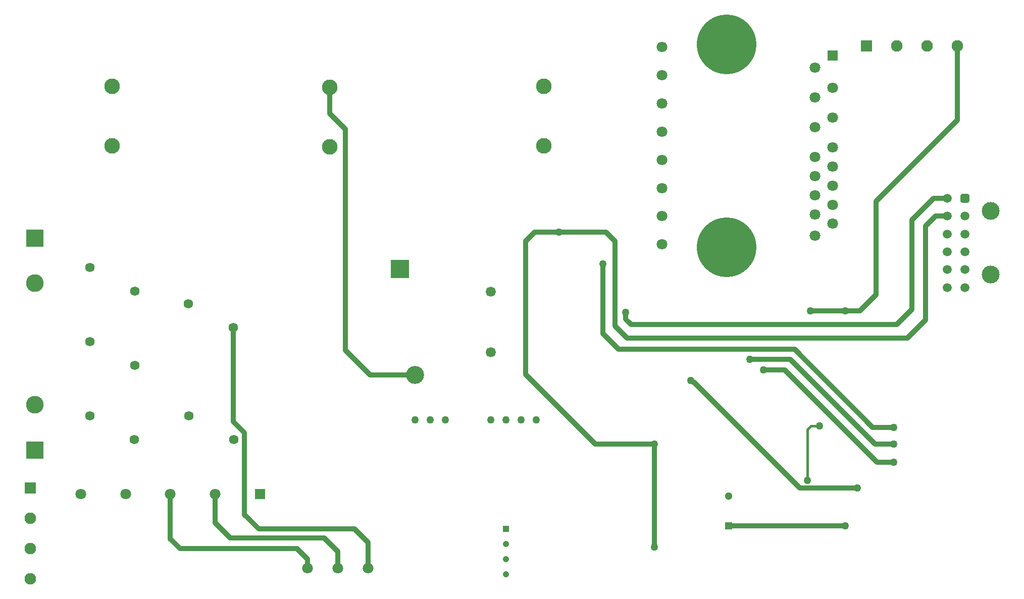
<source format=gbl>
G04*
G04 #@! TF.GenerationSoftware,Altium Limited,Altium Designer,24.10.1 (45)*
G04*
G04 Layer_Physical_Order=2*
G04 Layer_Color=16711680*
%FSLAX44Y44*%
%MOMM*%
G71*
G04*
G04 #@! TF.SameCoordinates,05503BBC-DAE6-461F-9388-7E2EE6D9866D*
G04*
G04*
G04 #@! TF.FilePolarity,Positive*
G04*
G01*
G75*
%ADD59R,1.8034X1.8034*%
%ADD60C,1.8034*%
%ADD64C,1.6900*%
%ADD65C,3.0300*%
%ADD66R,3.1600X3.1600*%
%ADD67C,2.6162*%
%ADD70C,1.2700*%
%ADD71C,1.0668*%
%ADD72R,1.0668X1.0668*%
%ADD79C,1.3000*%
%ADD80R,1.3000X1.3000*%
%ADD82C,0.4064*%
%ADD83C,0.8128*%
%ADD84C,3.0000*%
%ADD85C,1.5200*%
G04:AMPARAMS|DCode=86|XSize=1.52mm|YSize=1.52mm|CornerRadius=0.38mm|HoleSize=0mm|Usage=FLASHONLY|Rotation=90.000|XOffset=0mm|YOffset=0mm|HoleType=Round|Shape=RoundedRectangle|*
%AMROUNDEDRECTD86*
21,1,1.5200,0.7600,0,0,90.0*
21,1,0.7600,1.5200,0,0,90.0*
1,1,0.7600,0.3800,0.3800*
1,1,0.7600,0.3800,-0.3800*
1,1,0.7600,-0.3800,-0.3800*
1,1,0.7600,-0.3800,0.3800*
%
%ADD86ROUNDEDRECTD86*%
%ADD87C,10.0160*%
%ADD88C,1.8000*%
%ADD89R,1.8000X1.8000*%
%ADD90R,1.9500X1.9500*%
%ADD91C,1.9500*%
%ADD92R,1.9500X1.9500*%
%ADD93C,2.9700*%
%ADD94R,2.9700X2.9700*%
%ADD95C,1.5900*%
D59*
X687280Y429260D02*
D03*
D60*
X612280D02*
D03*
X537280D02*
D03*
X462280D02*
D03*
X387280D02*
D03*
X767080Y304800D02*
D03*
X817880D02*
D03*
X868680D02*
D03*
D64*
X1074957Y768991D02*
D03*
Y667391D02*
D03*
D65*
X947957Y629291D02*
D03*
D66*
X922557Y807091D02*
D03*
D67*
X1163320Y1013460D02*
D03*
Y1113460D02*
D03*
X439420D02*
D03*
Y1013460D02*
D03*
X804551Y1111983D02*
D03*
Y1011983D02*
D03*
D70*
X1150620Y553720D02*
D03*
X1125220D02*
D03*
X1099820D02*
D03*
X1074420D02*
D03*
X998220D02*
D03*
X972820D02*
D03*
X947420D02*
D03*
X1300480Y734060D02*
D03*
X1262380Y815340D02*
D03*
X1605280Y452120D02*
D03*
X1625600Y543560D02*
D03*
X1610360Y736600D02*
D03*
X1668780D02*
D03*
X1689100Y439420D02*
D03*
X1508760Y655320D02*
D03*
X1531620Y637540D02*
D03*
X1750060Y482600D02*
D03*
Y513080D02*
D03*
Y541020D02*
D03*
X1668780Y375920D02*
D03*
X1348740Y513080D02*
D03*
X1409700Y619760D02*
D03*
X1188720Y868680D02*
D03*
X1348740Y340360D02*
D03*
D71*
X1099820Y294640D02*
D03*
Y320040D02*
D03*
Y345440D02*
D03*
D72*
Y370840D02*
D03*
D79*
X1473200Y426320D02*
D03*
D80*
Y376320D02*
D03*
D82*
X1605280Y452120D02*
Y537831D01*
X1611009Y543560D01*
X1625600D01*
D83*
X1473200Y375920D02*
X1668780Y375920D01*
X1267460Y868680D02*
X1282700Y853440D01*
Y711200D02*
X1303190Y690710D01*
X1282700Y711200D02*
Y853440D01*
X1303190Y690710D02*
X1772750D01*
X1300480Y723263D02*
X1305241Y718501D01*
X1310321Y713740D02*
X1755140D01*
X1300480Y723263D02*
Y734060D01*
X1305560Y718501D02*
X1310321Y713740D01*
X1305241Y718501D02*
X1305560D01*
X1780540Y739140D02*
Y889000D01*
X1755140Y713740D02*
X1780540Y739140D01*
X1772750Y690710D02*
X1803400Y721360D01*
X1780540Y889000D02*
X1817380Y925840D01*
X1803400Y721360D02*
Y878840D01*
X1820400Y895840D01*
X1839620D01*
X1817380Y925840D02*
X1839620D01*
X1188720Y868680D02*
X1267460D01*
X1262380Y698500D02*
Y815340D01*
Y698500D02*
X1288796Y672084D01*
X1583910D02*
X1714974Y541020D01*
X1288796Y672084D02*
X1583910D01*
X1576749Y655320D02*
X1718989Y513080D01*
X1508760Y655320D02*
X1576749D01*
X1714974Y541020D02*
X1750060D01*
X1720940Y764268D02*
Y920840D01*
X1693272Y736600D02*
X1720940Y764268D01*
X1668780Y736600D02*
X1693272D01*
X1720940Y920840D02*
X1856740Y1056640D01*
Y1181100D01*
X661589Y395051D02*
Y532211D01*
X642620Y551180D02*
Y708164D01*
Y551180D02*
X661589Y532211D01*
Y395051D02*
X685800Y370840D01*
X637540Y355600D02*
X795020D01*
X817880Y332740D01*
X612280Y380860D02*
X637540Y355600D01*
X612280Y380860D02*
Y429260D01*
X767080Y304800D02*
Y320040D01*
X553720Y337820D02*
X749300D01*
X767080Y320040D01*
X537280Y354260D02*
X553720Y337820D01*
X537280Y354260D02*
Y429260D01*
X817880Y304800D02*
Y332740D01*
X685800Y370840D02*
X845916D01*
X868680Y304800D02*
Y348076D01*
X845916Y370840D02*
X868680Y348076D01*
X830580Y670560D02*
Y1041400D01*
Y670560D02*
X871849Y629291D01*
X804551Y1067429D02*
X830580Y1041400D01*
X871849Y629291D02*
X947957D01*
X804551Y1067429D02*
Y1111983D01*
X1592580Y439420D02*
X1689100D01*
X1414526Y617474D02*
X1592580Y439420D01*
X1410937Y619760D02*
X1413223Y617474D01*
X1409700Y619760D02*
X1410937D01*
X1413223Y617474D02*
X1414526D01*
X1567180Y637540D02*
X1722120Y482600D01*
X1750060D01*
X1531620Y637540D02*
X1567180D01*
X1718989Y513080D02*
X1750060D01*
X1610360Y736600D02*
X1668780D01*
X1132840Y629920D02*
Y853666D01*
X1249680Y513080D02*
X1348740D01*
X1132840Y629920D02*
X1249680Y513080D01*
X1147854Y868680D02*
X1188720D01*
X1132840Y853666D02*
X1147854Y868680D01*
X1348740Y340360D02*
Y513080D01*
D84*
X1912620Y904240D02*
D03*
Y797440D02*
D03*
D85*
X1869620Y865840D02*
D03*
Y895840D02*
D03*
Y835840D02*
D03*
Y805840D02*
D03*
Y775840D02*
D03*
X1839620Y925840D02*
D03*
Y895840D02*
D03*
Y865840D02*
D03*
Y835840D02*
D03*
Y805840D02*
D03*
Y775840D02*
D03*
D86*
X1869620Y925840D02*
D03*
D87*
X1469830Y843633D02*
D03*
Y1184133D02*
D03*
D88*
X1361831Y1179433D02*
D03*
Y1132133D02*
D03*
Y1084833D02*
D03*
Y1037533D02*
D03*
Y990233D02*
D03*
Y942933D02*
D03*
Y895633D02*
D03*
Y848333D02*
D03*
X1617831Y862883D02*
D03*
X1647831Y882883D02*
D03*
X1617831Y898883D02*
D03*
X1647831Y914883D02*
D03*
X1617831Y930883D02*
D03*
X1647831Y946883D02*
D03*
X1617831Y962883D02*
D03*
X1647831Y978883D02*
D03*
X1617831Y994883D02*
D03*
X1647831Y1010883D02*
D03*
X1617831Y1044883D02*
D03*
X1647831Y1060883D02*
D03*
X1617831Y1094883D02*
D03*
X1647831Y1110883D02*
D03*
X1617831Y1144883D02*
D03*
D89*
X1647831Y1164883D02*
D03*
D90*
X302260Y439420D02*
D03*
D91*
Y388620D02*
D03*
Y337820D02*
D03*
Y287020D02*
D03*
X1856740Y1181100D02*
D03*
X1805940D02*
D03*
X1755140D02*
D03*
D92*
X1704340D02*
D03*
D93*
X309880Y578920D02*
D03*
Y783028D02*
D03*
D94*
Y502920D02*
D03*
Y859028D02*
D03*
D95*
X477520Y769620D02*
D03*
X402520Y809620D02*
D03*
Y685160D02*
D03*
X477520Y645160D02*
D03*
X568331Y560803D02*
D03*
X643331Y520803D02*
D03*
X402083Y560600D02*
D03*
X477083Y520600D02*
D03*
X642620Y708660D02*
D03*
X567620Y748660D02*
D03*
M02*

</source>
